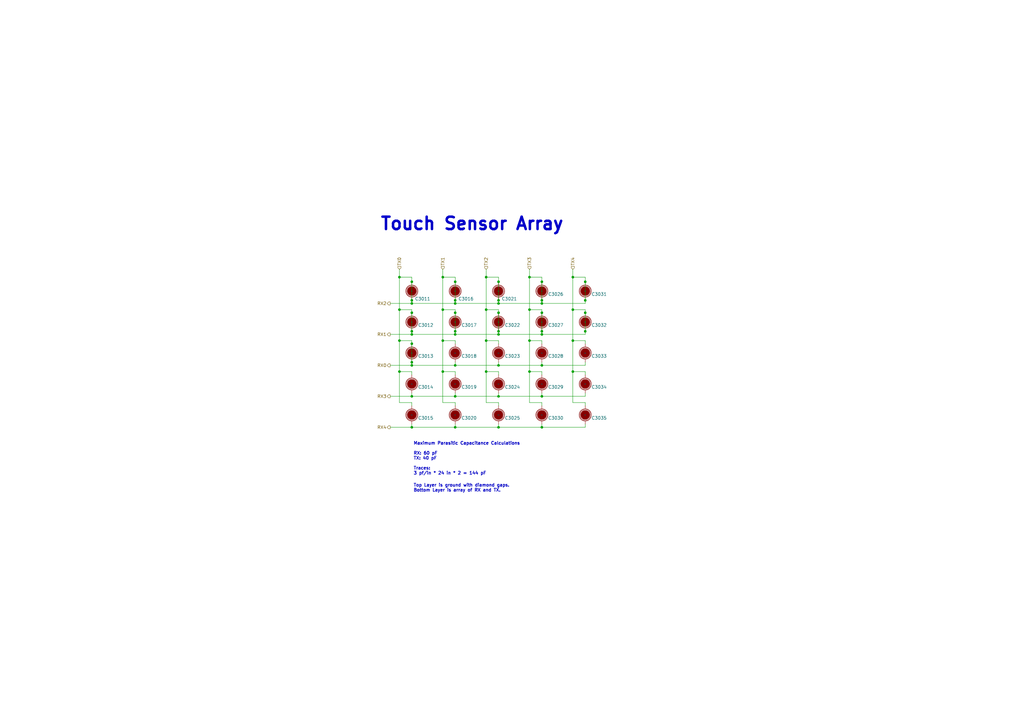
<source format=kicad_sch>
(kicad_sch (version 20230121) (generator eeschema)
  (paper "A3")
  (title_block (title "Touch Board") (date "2023-08-07") (rev "1") (company "Beep Boop"))
  (lib_symbols
    (symbol "Beacon_Library:FRET_SENSOR" (pin_numbers hide) (in_bom no)
      (property "Reference" "C" (at 0 0 0))
      (symbol "FRET_SENSOR_0_1"
        (circle (center 0 -3.81) (radius 2.5145))
      )
      (symbol "FRET_SENSOR_1_1"
        (circle (center 0 -3.81) (radius 1.778) (fill (type outline)))
        (polyline (pts (xy -2.4892 -3.81) (xy 2.4892 -3.81)) (stroke (width 0.0508)))
        (polyline (pts (xy -2.4384 -4.1656) (xy 2.54 -4.1656)) (stroke (width 0.0508)))
        (polyline (pts (xy -2.4384 -3.4544) (xy 2.54 -3.4544)) (stroke (width 0.0508)))
        (polyline (pts (xy -2.3876 -4.5212) (xy 2.3876 -4.5212)) (stroke (width 0.0508)))
        (polyline (pts (xy -2.3876 -3.0988) (xy 2.3876 -3.0988)) (stroke (width 0.0508)))
        (polyline (pts (xy -2.286 -4.8768) (xy 2.286 -4.8768)) (stroke (width 0.0508)))
        (polyline (pts (xy -2.286 -2.7432) (xy 2.286 -2.7432)) (stroke (width 0.0508)))
        (polyline (pts (xy -2.1336 -2.4384) (xy -2.1336 -5.1308)) (stroke (width 0.0508)))
        (polyline (pts (xy -2.032 -5.2324) (xy 2.0828 -5.2324)) (stroke (width 0.0508)))
        (polyline (pts (xy -2.032 -2.3876) (xy 2.0828 -2.3876)) (stroke (width 0.0508)))
        (polyline (pts (xy -1.778 -2.0828) (xy -1.778 -5.588)) (stroke (width 0.0508)))
        (polyline (pts (xy -1.7272 -5.588) (xy 1.778 -5.588)) (stroke (width 0.0508)))
        (polyline (pts (xy -1.7272 -2.032) (xy 1.778 -2.032)) (stroke (width 0.0508)))
        (polyline (pts (xy -1.4224 -1.778) (xy -1.4224 -5.8928)) (stroke (width 0.0508)))
        (polyline (pts (xy -1.3716 -5.9436) (xy 1.3716 -5.9436)) (stroke (width 0.0508)))
        (polyline (pts (xy -1.3716 -1.6764) (xy 1.3208 -1.6764)) (stroke (width 0.0508)))
        (polyline (pts (xy -1.0668 -1.524) (xy -1.0668 -6.096)) (stroke (width 0.0508)))
        (polyline (pts (xy -0.7112 -1.4224) (xy -0.7112 -6.1976)) (stroke (width 0.0508)))
        (polyline (pts (xy -0.3556 -1.3716) (xy -0.3556 -6.35)) (stroke (width 0.0508)))
        (polyline (pts (xy 0 -1.3208) (xy 0 -6.2992)) (stroke (width 0.0508)))
        (polyline (pts (xy 0.3556 -1.3716) (xy 0.3556 -6.35)) (stroke (width 0.0508)))
        (polyline (pts (xy 0.7112 -1.4224) (xy 0.7112 -6.1976)) (stroke (width 0.0508)))
        (polyline (pts (xy 1.0668 -1.524) (xy 1.0668 -6.096)) (stroke (width 0.0508)))
        (polyline (pts (xy 1.4224 -1.778) (xy 1.4224 -5.8928)) (stroke (width 0.0508)))
        (polyline (pts (xy 1.778 -2.0828) (xy 1.778 -5.588)) (stroke (width 0.0508)))
        (polyline (pts (xy 2.1336 -2.4384) (xy 2.1336 -5.1308)) (stroke (width 0.0508)))
        (pin passive line (at -3.81 -3.81 0) (length 1.27) (name "") (number "1"))
        (pin passive line (at 3.81 -3.81 180) (length 1.27) (name "") (number "2"))
      )
    )
  )
  (junction (at 204.47 123.19))
  (junction (at 204.47 124.46))
  (junction (at 186.69 115.57))
  (junction (at 199.39 113.665))
  (junction (at 168.91 135.89))
  (junction (at 240.03 123.19))
  (junction (at 181.61 152.4))
  (junction (at 222.25 135.89))
  (junction (at 186.69 149.86))
  (junction (at 217.17 152.4))
  (junction (at 222.25 128.27))
  (junction (at 181.61 139.7))
  (junction (at 168.91 124.46))
  (junction (at 163.83 127))
  (junction (at 204.47 115.57))
  (junction (at 222.25 115.57))
  (junction (at 186.69 137.16))
  (junction (at 186.69 162.56))
  (junction (at 204.47 149.86))
  (junction (at 168.91 162.56))
  (junction (at 204.47 137.16))
  (junction (at 217.17 139.7))
  (junction (at 163.83 113.665))
  (junction (at 186.69 123.19))
  (junction (at 204.47 128.27))
  (junction (at 234.95 139.7))
  (junction (at 204.47 175.26))
  (junction (at 199.39 127))
  (junction (at 181.61 127))
  (junction (at 217.17 113.665))
  (junction (at 168.91 149.86))
  (junction (at 222.25 149.86))
  (junction (at 240.03 128.27))
  (junction (at 168.91 115.57))
  (junction (at 168.91 175.26))
  (junction (at 163.83 152.4))
  (junction (at 168.91 140.97))
  (junction (at 234.95 113.665))
  (junction (at 186.69 175.26))
  (junction (at 222.25 123.19))
  (junction (at 222.25 137.16))
  (junction (at 222.25 162.56))
  (junction (at 181.61 113.665))
  (junction (at 234.95 127))
  (junction (at 186.69 135.89))
  (junction (at 168.91 137.16))
  (junction (at 222.25 175.26))
  (junction (at 168.91 148.59))
  (junction (at 199.39 152.4))
  (junction (at 204.47 135.89))
  (junction (at 199.39 139.7))
  (junction (at 217.17 127))
  (junction (at 168.91 123.19))
  (junction (at 186.69 128.27))
  (junction (at 222.25 124.46))
  (junction (at 163.83 139.7))
  (junction (at 186.69 124.46))
  (junction (at 168.91 128.27))
  (junction (at 234.95 152.4))
  (junction (at 240.03 115.57))
  (junction (at 204.47 162.56))
  (junction (at 240.03 135.89))
  (wire (pts (xy 234.95 113.665) (xy 240.03 113.665)))
  (wire (pts (xy 240.03 137.16) (xy 222.25 137.16)))
  (wire (pts (xy 199.39 110.49) (xy 199.39 113.665)))
  (wire (pts (xy 160.02 175.26) (xy 168.91 175.26)))
  (wire (pts (xy 199.39 113.665) (xy 199.39 127)))
  (wire (pts (xy 222.25 137.16) (xy 204.47 137.16)))
  (wire (pts (xy 186.69 139.7) (xy 186.69 140.97)))
  (wire (pts (xy 186.69 166.37) (xy 186.69 165.1)))
  (wire (pts (xy 199.39 113.665) (xy 204.47 113.665)))
  (wire (pts (xy 186.69 124.46) (xy 186.69 123.19)))
  (wire (pts (xy 217.17 110.49) (xy 217.17 113.665)))
  (wire (pts (xy 240.03 135.89) (xy 240.03 137.16)))
  (wire (pts (xy 186.69 124.46) (xy 204.47 124.46)))
  (wire (pts (xy 181.61 165.1) (xy 181.61 152.4)))
  (wire (pts (xy 181.61 113.665) (xy 186.69 113.665)))
  (wire (pts (xy 168.91 128.27) (xy 168.91 135.89)))
  (wire (pts (xy 204.47 175.26) (xy 186.69 175.26)))
  (wire (pts (xy 204.47 153.67) (xy 204.47 152.4)))
  (wire (pts (xy 204.47 127) (xy 199.39 127)))
  (wire (pts (xy 186.69 162.56) (xy 168.91 162.56)))
  (wire (pts (xy 168.91 115.57) (xy 168.91 123.19)))
  (wire (pts (xy 222.25 173.99) (xy 222.25 175.26)))
  (wire (pts (xy 240.03 115.57) (xy 240.03 123.19)))
  (wire (pts (xy 222.25 127) (xy 222.25 128.27)))
  (wire (pts (xy 204.47 124.46) (xy 204.47 123.19)))
  (wire (pts (xy 234.95 113.665) (xy 234.95 127)))
  (wire (pts (xy 199.39 127) (xy 199.39 139.7)))
  (wire (pts (xy 234.95 110.49) (xy 234.95 113.665)))
  (wire (pts (xy 186.69 135.89) (xy 186.69 137.16)))
  (wire (pts (xy 181.61 139.7) (xy 186.69 139.7)))
  (wire (pts (xy 168.91 166.37) (xy 168.91 165.1)))
  (wire (pts (xy 160.02 149.86) (xy 168.91 149.86)))
  (wire (pts (xy 222.25 113.665) (xy 222.25 115.57)))
  (wire (pts (xy 217.17 152.4) (xy 217.17 139.7)))
  (wire (pts (xy 168.91 173.99) (xy 168.91 175.26)))
  (wire (pts (xy 240.03 173.99) (xy 240.03 175.26)))
  (wire (pts (xy 204.47 161.29) (xy 204.47 162.56)))
  (wire (pts (xy 204.47 173.99) (xy 204.47 175.26)))
  (wire (pts (xy 222.25 152.4) (xy 217.17 152.4)))
  (wire (pts (xy 186.69 113.665) (xy 186.69 115.57)))
  (wire (pts (xy 199.39 139.7) (xy 204.47 139.7)))
  (wire (pts (xy 168.91 165.1) (xy 163.83 165.1)))
  (wire (pts (xy 168.91 127) (xy 163.83 127)))
  (wire (pts (xy 204.47 113.665) (xy 204.47 115.57)))
  (wire (pts (xy 222.25 149.86) (xy 240.03 149.86)))
  (wire (pts (xy 240.03 128.27) (xy 240.03 135.89)))
  (wire (pts (xy 186.69 127) (xy 181.61 127)))
  (wire (pts (xy 186.69 153.67) (xy 186.69 152.4)))
  (wire (pts (xy 240.03 139.7) (xy 240.03 140.97)))
  (wire (pts (xy 163.83 152.4) (xy 163.83 139.7)))
  (wire (pts (xy 234.95 165.1) (xy 234.95 152.4)))
  (wire (pts (xy 163.83 165.1) (xy 163.83 152.4)))
  (wire (pts (xy 204.47 165.1) (xy 199.39 165.1)))
  (wire (pts (xy 181.61 127) (xy 181.61 139.7)))
  (wire (pts (xy 217.17 165.1) (xy 217.17 152.4)))
  (wire (pts (xy 168.91 124.46) (xy 168.91 123.19)))
  (wire (pts (xy 222.25 127) (xy 217.17 127)))
  (wire (pts (xy 217.17 127) (xy 217.17 139.7)))
  (wire (pts (xy 222.25 124.46) (xy 222.25 123.19)))
  (wire (pts (xy 222.25 161.29) (xy 222.25 162.56)))
  (wire (pts (xy 204.47 127) (xy 204.47 128.27)))
  (wire (pts (xy 240.03 127) (xy 234.95 127)))
  (wire (pts (xy 217.17 113.665) (xy 222.25 113.665)))
  (wire (pts (xy 168.91 149.86) (xy 186.69 149.86)))
  (wire (pts (xy 168.91 124.46) (xy 186.69 124.46)))
  (wire (pts (xy 204.47 128.27) (xy 204.47 135.89)))
  (wire (pts (xy 240.03 113.665) (xy 240.03 115.57)))
  (wire (pts (xy 222.25 166.37) (xy 222.25 165.1)))
  (wire (pts (xy 222.25 124.46) (xy 240.03 124.46)))
  (wire (pts (xy 204.47 162.56) (xy 186.69 162.56)))
  (wire (pts (xy 181.61 110.49) (xy 181.61 113.665)))
  (wire (pts (xy 240.03 175.26) (xy 222.25 175.26)))
  (wire (pts (xy 204.47 149.86) (xy 222.25 149.86)))
  (wire (pts (xy 222.25 165.1) (xy 217.17 165.1)))
  (wire (pts (xy 168.91 161.29) (xy 168.91 162.56)))
  (wire (pts (xy 240.03 152.4) (xy 234.95 152.4)))
  (wire (pts (xy 240.03 124.46) (xy 240.03 123.19)))
  (wire (pts (xy 186.69 115.57) (xy 186.69 123.19)))
  (wire (pts (xy 160.02 137.16) (xy 168.91 137.16)))
  (wire (pts (xy 181.61 113.665) (xy 181.61 127)))
  (wire (pts (xy 186.69 149.86) (xy 204.47 149.86)))
  (wire (pts (xy 222.25 128.27) (xy 222.25 135.89)))
  (wire (pts (xy 181.61 152.4) (xy 181.61 139.7)))
  (wire (pts (xy 217.17 139.7) (xy 222.25 139.7)))
  (wire (pts (xy 168.91 139.7) (xy 168.91 140.97)))
  (wire (pts (xy 204.47 166.37) (xy 204.47 165.1)))
  (wire (pts (xy 168.91 152.4) (xy 163.83 152.4)))
  (wire (pts (xy 186.69 175.26) (xy 168.91 175.26)))
  (wire (pts (xy 163.83 113.665) (xy 163.83 127)))
  (wire (pts (xy 168.91 153.67) (xy 168.91 152.4)))
  (wire (pts (xy 168.91 113.665) (xy 168.91 115.57)))
  (wire (pts (xy 199.39 152.4) (xy 199.39 139.7)))
  (wire (pts (xy 186.69 148.59) (xy 186.69 149.86)))
  (wire (pts (xy 222.25 153.67) (xy 222.25 152.4)))
  (wire (pts (xy 163.83 127) (xy 163.83 139.7)))
  (wire (pts (xy 234.95 152.4) (xy 234.95 139.7)))
  (wire (pts (xy 222.25 135.89) (xy 222.25 137.16)))
  (wire (pts (xy 204.47 152.4) (xy 199.39 152.4)))
  (wire (pts (xy 168.91 127) (xy 168.91 128.27)))
  (wire (pts (xy 168.91 140.97) (xy 168.91 148.59)))
  (wire (pts (xy 163.83 113.665) (xy 168.91 113.665)))
  (wire (pts (xy 222.25 175.26) (xy 204.47 175.26)))
  (wire (pts (xy 222.25 115.57) (xy 222.25 123.19)))
  (wire (pts (xy 186.69 137.16) (xy 168.91 137.16)))
  (wire (pts (xy 204.47 137.16) (xy 186.69 137.16)))
  (wire (pts (xy 240.03 162.56) (xy 222.25 162.56)))
  (wire (pts (xy 217.17 113.665) (xy 217.17 127)))
  (wire (pts (xy 168.91 135.89) (xy 168.91 137.16)))
  (wire (pts (xy 204.47 124.46) (xy 222.25 124.46)))
  (wire (pts (xy 240.03 161.29) (xy 240.03 162.56)))
  (wire (pts (xy 240.03 153.67) (xy 240.03 152.4)))
  (wire (pts (xy 240.03 127) (xy 240.03 128.27)))
  (wire (pts (xy 222.25 139.7) (xy 222.25 140.97)))
  (wire (pts (xy 186.69 127) (xy 186.69 128.27)))
  (wire (pts (xy 160.02 124.46) (xy 168.91 124.46)))
  (wire (pts (xy 186.69 165.1) (xy 181.61 165.1)))
  (wire (pts (xy 204.47 115.57) (xy 204.47 123.19)))
  (wire (pts (xy 204.47 139.7) (xy 204.47 140.97)))
  (wire (pts (xy 163.83 139.7) (xy 168.91 139.7)))
  (wire (pts (xy 240.03 148.59) (xy 240.03 149.86)))
  (wire (pts (xy 186.69 173.99) (xy 186.69 175.26)))
  (wire (pts (xy 160.02 162.56) (xy 168.91 162.56)))
  (wire (pts (xy 204.47 135.89) (xy 204.47 137.16)))
  (wire (pts (xy 168.91 148.59) (xy 168.91 149.86)))
  (wire (pts (xy 234.95 139.7) (xy 240.03 139.7)))
  (wire (pts (xy 240.03 166.37) (xy 240.03 165.1)))
  (wire (pts (xy 240.03 165.1) (xy 234.95 165.1)))
  (wire (pts (xy 204.47 148.59) (xy 204.47 149.86)))
  (wire (pts (xy 163.83 110.49) (xy 163.83 113.665)))
  (wire (pts (xy 186.69 128.27) (xy 186.69 135.89)))
  (wire (pts (xy 186.69 161.29) (xy 186.69 162.56)))
  (wire (pts (xy 222.25 162.56) (xy 204.47 162.56)))
  (wire (pts (xy 234.95 127) (xy 234.95 139.7)))
  (wire (pts (xy 222.25 148.59) (xy 222.25 149.86)))
  (wire (pts (xy 199.39 165.1) (xy 199.39 152.4)))
  (wire (pts (xy 186.69 152.4) (xy 181.61 152.4)))
  (text "Top Layer is ground with diamond gaps.\nBottom Layer is array of RX and TX." (at 169.545 201.93 0) (effects (font (size 1.27 1.27) bold) (justify left bottom)))
  (text "Maximum Parasitic Capacitance Calculations\n\nRX: 60 pF\nTX: 40 pF\n\nTraces:\n3 pf/in * 24 in * 2 = 144 pF" (at 169.545 194.945 0) (effects (font (size 1.27 1.27) bold) (justify left bottom)))
  (text "Touch Sensor Array" (at 155.702 94.869 0) (effects (font (size 5.08 5.08) (thickness 1.016) bold) (justify left bottom)))
  (hierarchical_label "TX4" (shape input) (at 234.95 110.49 90))
  (hierarchical_label "TX1" (shape input) (at 181.61 110.49 90))
  (hierarchical_label "RX1" (shape output) (at 160.02 137.16 180))
  (hierarchical_label "RX2" (shape output) (at 160.02 124.46 180))
  (hierarchical_label "TX0" (shape input) (at 163.83 110.49 90))
  (hierarchical_label "TX3" (shape input) (at 217.17 110.49 90))
  (hierarchical_label "RX4" (shape output) (at 160.02 175.26 180))
  (hierarchical_label "TX2" (shape input) (at 199.39 110.49 90))
  (hierarchical_label "RX0" (shape output) (at 160.02 149.86 180))
  (hierarchical_label "RX3" (shape output) (at 160.02 162.56 180))
  (symbol (lib_id "Beacon_Library:FRET_SENSOR") (at 243.84 144.78 270) (unit 1) (in_bom no) (on_board no)
    (property "Reference" "C3033" (at 242.57 146.05 90) (effects (justify left)))
    (property "Value" "~" (at 240.03 144.78 90))
    (property "Footprint" "Footprint_Library:TOUCH_SENSE" (effects hide))
    (instances (project "Fret_Board" (path "" (reference "C3033") (unit 1))) (project "Fret_State" (path "" (reference "C10033") (unit 1))) (project "Beacon" (path "" (reference "C10033") (unit 1))) (project "Beacon_Multiboard" (path "" (reference "C1622") (unit 1))))
  )
  (symbol (lib_id "Beacon_Library:FRET_SENSOR") (at 226.06 119.38 270) (unit 1) (in_bom no)
    (property "Reference" "C3026" (at 224.79 120.65 90) (effects (justify left)))
    (property "Value" "~" (at 222.25 119.38 90))
    (property "Footprint" "Footprint_Library:TOUCH_SENSE" (effects hide))
    (instances (project "Fret_Board" (path "" (reference "C3026") (unit 1))) (project "Fret_State" (path "" (reference "C10026") (unit 1))) (project "Beacon" (path "" (reference "C10026") (unit 1))) (project "Beacon_Multiboard" (path "" (reference "C1606") (unit 1))))
  )
  (symbol (lib_id "Beacon_Library:FRET_SENSOR") (at 226.06 170.18 270) (unit 1) (in_bom no) (on_board no)
    (property "Reference" "C3030" (at 224.79 171.45 90) (effects (justify left)))
    (property "Value" "~" (at 222.25 170.18 90))
    (property "Footprint" "Footprint_Library:TOUCH_SENSE" (effects hide))
    (instances (project "Fret_Board" (path "" (reference "C3030") (unit 1))) (project "Fret_State" (path "" (reference "C10030") (unit 1))) (project "Beacon" (path "" (reference "C10030") (unit 1))) (project "Beacon_Multiboard" (path "" (reference "C1633") (unit 1))))
  )
  (symbol (lib_id "Beacon_Library:FRET_SENSOR") (at 208.28 170.18 270) (unit 1) (in_bom no) (on_board no)
    (property "Reference" "C3025" (at 207.01 171.45 90) (effects (justify left)))
    (property "Value" "~" (at 204.47 170.18 90))
    (property "Footprint" "Footprint_Library:TOUCH_SENSE" (effects hide))
    (instances (project "Fret_Board" (path "" (reference "C3025") (unit 1))) (project "Fret_State" (path "" (reference "C10025") (unit 1))) (project "Beacon" (path "" (reference "C10025") (unit 1))) (project "Beacon_Multiboard" (path "" (reference "C1632") (unit 1))))
  )
  (symbol (lib_id "Beacon_Library:FRET_SENSOR") (at 172.72 132.08 270) (unit 1) (in_bom no)
    (property "Reference" "C3012" (at 171.45 133.35 90) (effects (justify left)))
    (property "Value" "~" (at 168.91 132.08 90))
    (property "Footprint" "Footprint_Library:TOUCH_SENSE" (effects hide))
    (instances (project "Fret_Board" (path "" (reference "C3012") (unit 1))) (project "Fret_State" (path "" (reference "C10012") (unit 1))) (project "Beacon" (path "" (reference "C10012") (unit 1))) (project "Beacon_Multiboard" (path "" (reference "C1609") (unit 1))))
  )
  (symbol (lib_id "Beacon_Library:FRET_SENSOR") (at 208.28 132.08 270) (unit 1) (in_bom no)
    (property "Reference" "C3022" (at 207.01 133.35 90) (effects (justify left)))
    (property "Value" "~" (at 204.47 132.08 90))
    (property "Footprint" "Footprint_Library:TOUCH_SENSE" (effects hide))
    (instances (project "Fret_Board" (path "" (reference "C3022") (unit 1))) (project "Fret_State" (path "" (reference "C10022") (unit 1))) (project "Beacon" (path "" (reference "C10022") (unit 1))) (project "Beacon_Multiboard" (path "" (reference "C1611") (unit 1))))
  )
  (symbol (lib_id "Beacon_Library:FRET_SENSOR") (at 226.06 144.78 270) (unit 1) (in_bom no) (on_board no)
    (property "Reference" "C3028" (at 224.79 146.05 90) (effects (justify left)))
    (property "Value" "~" (at 222.25 144.78 90))
    (property "Footprint" "Footprint_Library:TOUCH_SENSE" (effects hide))
    (instances (project "Fret_Board" (path "" (reference "C3028") (unit 1))) (project "Fret_State" (path "" (reference "C10028") (unit 1))) (project "Beacon" (path "" (reference "C10028") (unit 1))) (project "Beacon_Multiboard" (path "" (reference "C1621") (unit 1))))
  )
  (symbol (lib_id "Beacon_Library:FRET_SENSOR") (at 208.28 119.38 270) (unit 1) (in_bom no)
    (property "Reference" "C3021" (at 205.74 122.555 90) (effects (justify left)))
    (property "Value" "~" (at 204.47 119.38 90))
    (property "Footprint" "Footprint_Library:TOUCH_SENSE" (effects hide))
    (instances (project "Fret_Board" (path "" (reference "C3021") (unit 1))) (project "Fret_State" (path "" (reference "C10021") (unit 1))) (project "Beacon" (path "" (reference "C10021") (unit 1))) (project "Beacon_Multiboard" (path "" (reference "C1605") (unit 1))))
  )
  (symbol (lib_id "Beacon_Library:FRET_SENSOR") (at 243.84 119.38 270) (unit 1) (in_bom no)
    (property "Reference" "C3031" (at 242.57 120.65 90) (effects (justify left)))
    (property "Value" "~" (at 240.03 119.38 90))
    (property "Footprint" "Footprint_Library:TOUCH_SENSE" (effects hide))
    (instances (project "Fret_Board" (path "" (reference "C3031") (unit 1))) (project "Fret_State" (path "" (reference "C10031") (unit 1))) (project "Beacon" (path "" (reference "C10031") (unit 1))) (project "Beacon_Multiboard" (path "" (reference "C1607") (unit 1))))
  )
  (symbol (lib_id "Beacon_Library:FRET_SENSOR") (at 243.84 170.18 270) (unit 1) (in_bom no) (on_board no)
    (property "Reference" "C3035" (at 242.57 171.45 90) (effects (justify left)))
    (property "Value" "~" (at 240.03 170.18 90))
    (property "Footprint" "Footprint_Library:TOUCH_SENSE" (effects hide))
    (instances (project "Fret_Board" (path "" (reference "C3035") (unit 1))) (project "Fret_State" (path "" (reference "C10035") (unit 1))) (project "Beacon" (path "" (reference "C10035") (unit 1))) (project "Beacon_Multiboard" (path "" (reference "C1634") (unit 1))))
  )
  (symbol (lib_id "Beacon_Library:FRET_SENSOR") (at 243.84 132.08 270) (unit 1) (in_bom no)
    (property "Reference" "C3032" (at 242.57 133.35 90) (effects (justify left)))
    (property "Value" "~" (at 240.03 132.08 90))
    (property "Footprint" "Footprint_Library:TOUCH_SENSE" (effects hide))
    (instances (project "Fret_Board" (path "" (reference "C3032") (unit 1))) (project "Fret_State" (path "" (reference "C10032") (unit 1))) (project "Beacon" (path "" (reference "C10032") (unit 1))) (project "Beacon_Multiboard" (path "" (reference "C1613") (unit 1))))
  )
  (symbol (lib_id "Beacon_Library:FRET_SENSOR") (at 226.06 132.08 270) (unit 1) (in_bom no)
    (property "Reference" "C3027" (at 224.79 133.35 90) (effects (justify left)))
    (property "Value" "~" (at 222.25 132.08 90))
    (property "Footprint" "Footprint_Library:TOUCH_SENSE" (effects hide))
    (instances (project "Fret_Board" (path "" (reference "C3027") (unit 1))) (project "Fret_State" (path "" (reference "C10027") (unit 1))) (project "Beacon" (path "" (reference "C10027") (unit 1))) (project "Beacon_Multiboard" (path "" (reference "C1612") (unit 1))))
  )
  (symbol (lib_id "Beacon_Library:FRET_SENSOR") (at 172.72 119.38 270) (unit 1) (in_bom no)
    (property "Reference" "C3011" (at 170.18 122.555 90) (effects (justify left)))
    (property "Value" "~" (at 168.91 119.38 90))
    (property "Footprint" "Footprint_Library:TOUCH_SENSE" (effects hide))
    (instances (project "Fret_Board" (path "" (reference "C3011") (unit 1))) (project "Fret_State" (path "" (reference "C10011") (unit 1))) (project "Beacon" (path "" (reference "C10011") (unit 1))) (project "Beacon_Multiboard" (path "" (reference "C1603") (unit 1))))
  )
  (symbol (lib_id "Beacon_Library:FRET_SENSOR") (at 172.72 144.78 270) (unit 1) (in_bom no)
    (property "Reference" "C3013" (at 171.45 146.05 90) (effects (justify left)))
    (property "Value" "~" (at 168.91 144.78 90))
    (property "Footprint" "Footprint_Library:TOUCH_SENSE" (effects hide))
    (instances (project "Fret_Board" (path "" (reference "C3013") (unit 1))) (project "Fret_State" (path "" (reference "C10013") (unit 1))) (project "Beacon" (path "" (reference "C10013") (unit 1))) (project "Beacon_Multiboard" (path "" (reference "C1618") (unit 1))))
  )
  (symbol (lib_id "Beacon_Library:FRET_SENSOR") (at 190.5 144.78 270) (unit 1) (in_bom no) (on_board no)
    (property "Reference" "C3018" (at 189.23 146.05 90) (effects (justify left)))
    (property "Value" "~" (at 186.69 144.78 90))
    (property "Footprint" "Footprint_Library:TOUCH_SENSE" (effects hide))
    (instances (project "Fret_Board" (path "" (reference "C3018") (unit 1))) (project "Fret_State" (path "" (reference "C10018") (unit 1))) (project "Beacon" (path "" (reference "C10018") (unit 1))) (project "Beacon_Multiboard" (path "" (reference "C1619") (unit 1))))
  )
  (symbol (lib_id "Beacon_Library:FRET_SENSOR") (at 190.5 157.48 270) (unit 1) (in_bom no) (on_board no)
    (property "Reference" "C3019" (at 189.23 158.75 90) (effects (justify left)))
    (property "Value" "~" (at 186.69 157.48 90))
    (property "Footprint" "Footprint_Library:TOUCH_SENSE" (effects hide))
    (instances (project "Fret_Board" (path "" (reference "C3019") (unit 1))) (project "Fret_State" (path "" (reference "C10019") (unit 1))) (project "Beacon" (path "" (reference "C10019") (unit 1))) (project "Beacon_Multiboard" (path "" (reference "C1625") (unit 1))))
  )
  (symbol (lib_id "Beacon_Library:FRET_SENSOR") (at 172.72 157.48 270) (unit 1) (in_bom no) (on_board no)
    (property "Reference" "C3014" (at 171.45 158.75 90) (effects (justify left)))
    (property "Value" "~" (at 168.91 157.48 90))
    (property "Footprint" "Footprint_Library:TOUCH_SENSE" (effects hide))
    (instances (project "Fret_Board" (path "" (reference "C3014") (unit 1))) (project "Fret_State" (path "" (reference "C10014") (unit 1))) (project "Beacon" (path "" (reference "C10014") (unit 1))) (project "Beacon_Multiboard" (path "" (reference "C1624") (unit 1))))
  )
  (symbol (lib_id "Beacon_Library:FRET_SENSOR") (at 226.06 157.48 270) (unit 1) (in_bom no) (on_board no)
    (property "Reference" "C3029" (at 224.79 158.75 90) (effects (justify left)))
    (property "Value" "~" (at 222.25 157.48 90))
    (property "Footprint" "Footprint_Library:TOUCH_SENSE" (effects hide))
    (instances (project "Fret_Board" (path "" (reference "C3029") (unit 1))) (project "Fret_State" (path "" (reference "C10029") (unit 1))) (project "Beacon" (path "" (reference "C10029") (unit 1))) (project "Beacon_Multiboard" (path "" (reference "C1627") (unit 1))))
  )
  (symbol (lib_id "Beacon_Library:FRET_SENSOR") (at 208.28 157.48 270) (unit 1) (in_bom no) (on_board no)
    (property "Reference" "C3024" (at 207.01 158.75 90) (effects (justify left)))
    (property "Value" "~" (at 204.47 157.48 90))
    (property "Footprint" "Footprint_Library:TOUCH_SENSE" (effects hide))
    (instances (project "Fret_Board" (path "" (reference "C3024") (unit 1))) (project "Fret_State" (path "" (reference "C10024") (unit 1))) (project "Beacon" (path "" (reference "C10024") (unit 1))) (project "Beacon_Multiboard" (path "" (reference "C1626") (unit 1))))
  )
  (symbol (lib_id "Beacon_Library:FRET_SENSOR") (at 243.84 157.48 270) (unit 1) (in_bom no) (on_board no)
    (property "Reference" "C3034" (at 242.57 158.75 90) (effects (justify left)))
    (property "Value" "~" (at 240.03 157.48 90))
    (property "Footprint" "Footprint_Library:TOUCH_SENSE" (effects hide))
    (instances (project "Fret_Board" (path "" (reference "C3034") (unit 1))) (project "Fret_State" (path "" (reference "C10034") (unit 1))) (project "Beacon" (path "" (reference "C10034") (unit 1))) (project "Beacon_Multiboard" (path "" (reference "C1628") (unit 1))))
  )
  (symbol (lib_id "Beacon_Library:FRET_SENSOR") (at 190.5 119.38 270) (unit 1) (in_bom no)
    (property "Reference" "C3016" (at 187.96 122.555 90) (effects (justify left)))
    (property "Value" "~" (at 186.69 119.38 90))
    (property "Footprint" "Footprint_Library:TOUCH_SENSE" (effects hide))
    (instances (project "Fret_Board" (path "" (reference "C3016") (unit 1))) (project "Fret_State" (path "" (reference "C10016") (unit 1))) (project "Beacon" (path "" (reference "C10016") (unit 1))) (project "Beacon_Multiboard" (path "" (reference "C1604") (unit 1))))
  )
  (symbol (lib_id "Beacon_Library:FRET_SENSOR") (at 190.5 132.08 270) (unit 1) (in_bom no)
    (property "Reference" "C3017" (at 189.23 133.35 90) (effects (justify left)))
    (property "Value" "~" (at 186.69 132.08 90))
    (property "Footprint" "Footprint_Library:TOUCH_SENSE" (effects hide))
    (instances (project "Fret_Board" (path "" (reference "C3017") (unit 1))) (project "Fret_State" (path "" (reference "C10017") (unit 1))) (project "Beacon" (path "" (reference "C10017") (unit 1))) (project "Beacon_Multiboard" (path "" (reference "C1610") (unit 1))))
  )
  (symbol (lib_id "Beacon_Library:FRET_SENSOR") (at 172.72 170.18 270) (unit 1) (in_bom no) (on_board no)
    (property "Reference" "C3015" (at 171.45 171.45 90) (effects (justify left)))
    (property "Value" "~" (at 168.91 170.18 90))
    (property "Footprint" "Footprint_Library:TOUCH_SENSE" (effects hide))
    (instances (project "Fret_Board" (path "" (reference "C3015") (unit 1))) (project "Fret_State" (path "" (reference "C10015") (unit 1))) (project "Beacon" (path "" (reference "C10015") (unit 1))) (project "Beacon_Multiboard" (path "" (reference "C1630") (unit 1))))
  )
  (symbol (lib_id "Beacon_Library:FRET_SENSOR") (at 208.28 144.78 270) (unit 1) (in_bom no) (on_board no)
    (property "Reference" "C3023" (at 207.01 146.05 90) (effects (justify left)))
    (property "Value" "~" (at 204.47 144.78 90))
    (property "Footprint" "Footprint_Library:TOUCH_SENSE" (effects hide))
    (instances (project "Fret_Board" (path "" (reference "C3023") (unit 1))) (project "Fret_State" (path "" (reference "C10023") (unit 1))) (project "Beacon" (path "" (reference "C10023") (unit 1))) (project "Beacon_Multiboard" (path "" (reference "C1620") (unit 1))))
  )
  (symbol (lib_id "Beacon_Library:FRET_SENSOR") (at 190.5 170.18 270) (unit 1) (in_bom no) (on_board no)
    (property "Reference" "C3020" (at 189.23 171.45 90) (effects (justify left)))
    (property "Value" "~" (at 186.69 170.18 90))
    (property "Footprint" "Footprint_Library:TOUCH_SENSE" (effects hide))
    (instances (project "Fret_Board" (path "" (reference "C3020") (unit 1))) (project "Fret_State" (path "" (reference "C10020") (unit 1))) (project "Beacon" (path "" (reference "C10020") (unit 1))) (project "Beacon_Multiboard" (path "" (reference "C1631") (unit 1))))
  )
)
</source>
